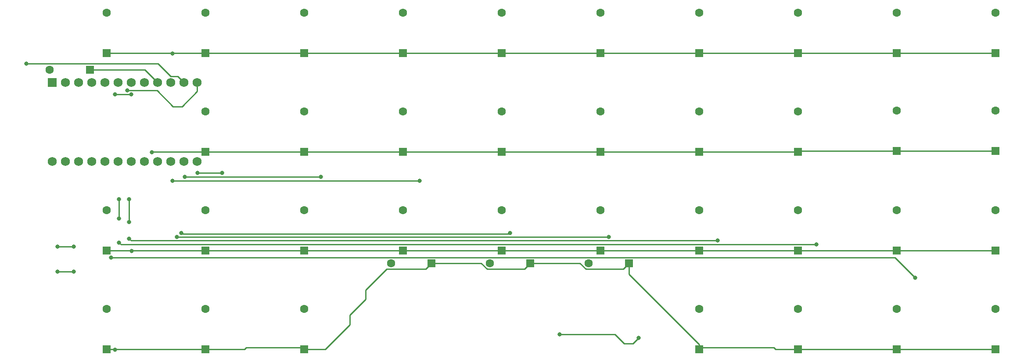
<source format=gtl>
G04 #@! TF.GenerationSoftware,KiCad,Pcbnew,(5.1.12-1-10_14)*
G04 #@! TF.CreationDate,2022-04-14T21:34:18-06:00*
G04 #@! TF.ProjectId,banime40,62616e69-6d65-4343-902e-6b696361645f,rev?*
G04 #@! TF.SameCoordinates,Original*
G04 #@! TF.FileFunction,Copper,L1,Top*
G04 #@! TF.FilePolarity,Positive*
%FSLAX46Y46*%
G04 Gerber Fmt 4.6, Leading zero omitted, Abs format (unit mm)*
G04 Created by KiCad (PCBNEW (5.1.12-1-10_14)) date 2022-04-14 21:34:18*
%MOMM*%
%LPD*%
G01*
G04 APERTURE LIST*
G04 #@! TA.AperFunction,ComponentPad*
%ADD10C,1.752600*%
G04 #@! TD*
G04 #@! TA.AperFunction,ComponentPad*
%ADD11R,1.752600X1.752600*%
G04 #@! TD*
G04 #@! TA.AperFunction,ComponentPad*
%ADD12R,1.600000X1.600000*%
G04 #@! TD*
G04 #@! TA.AperFunction,ComponentPad*
%ADD13C,1.600000*%
G04 #@! TD*
G04 #@! TA.AperFunction,ViaPad*
%ADD14C,0.800000*%
G04 #@! TD*
G04 #@! TA.AperFunction,Conductor*
%ADD15C,0.250000*%
G04 #@! TD*
G04 APERTURE END LIST*
D10*
G04 #@! TO.P,U1,24*
G04 #@! TO.N,Net-(U1-Pad24)*
X49830000Y-84370000D03*
G04 #@! TO.P,U1,12*
G04 #@! TO.N,/col_8*
X77770000Y-69130000D03*
G04 #@! TO.P,U1,23*
G04 #@! TO.N,Net-(SW44-Pad1)*
X52370000Y-84370000D03*
G04 #@! TO.P,U1,22*
G04 #@! TO.N,Net-(SW44-Pad2)*
X54910000Y-84370000D03*
G04 #@! TO.P,U1,21*
G04 #@! TO.N,Net-(U1-Pad21)*
X57450000Y-84370000D03*
G04 #@! TO.P,U1,20*
G04 #@! TO.N,/col_0*
X59990000Y-84370000D03*
G04 #@! TO.P,U1,19*
G04 #@! TO.N,/col_1*
X62530000Y-84370000D03*
G04 #@! TO.P,U1,18*
G04 #@! TO.N,/col_2*
X65070000Y-84370000D03*
G04 #@! TO.P,U1,17*
G04 #@! TO.N,/col_3*
X67610000Y-84370000D03*
G04 #@! TO.P,U1,16*
G04 #@! TO.N,/col_4*
X70150000Y-84370000D03*
G04 #@! TO.P,U1,15*
G04 #@! TO.N,/col_5*
X72690000Y-84370000D03*
G04 #@! TO.P,U1,14*
G04 #@! TO.N,/col_6*
X75230000Y-84370000D03*
G04 #@! TO.P,U1,13*
G04 #@! TO.N,/col_7*
X77770000Y-84370000D03*
G04 #@! TO.P,U1,11*
G04 #@! TO.N,/col_9*
X75230000Y-69130000D03*
G04 #@! TO.P,U1,10*
G04 #@! TO.N,/row_0*
X72690000Y-69130000D03*
G04 #@! TO.P,U1,9*
G04 #@! TO.N,/row_1*
X70150000Y-69130000D03*
G04 #@! TO.P,U1,8*
G04 #@! TO.N,/row_2*
X67610000Y-69130000D03*
G04 #@! TO.P,U1,7*
G04 #@! TO.N,/row_3*
X65070000Y-69130000D03*
G04 #@! TO.P,U1,6*
G04 #@! TO.N,Net-(U1-Pad6)*
X62530000Y-69130000D03*
G04 #@! TO.P,U1,5*
G04 #@! TO.N,Net-(U1-Pad5)*
X59990000Y-69130000D03*
G04 #@! TO.P,U1,4*
G04 #@! TO.N,Net-(U1-Pad4)*
X57450000Y-69130000D03*
G04 #@! TO.P,U1,3*
G04 #@! TO.N,Net-(U1-Pad3)*
X54910000Y-69130000D03*
G04 #@! TO.P,U1,2*
G04 #@! TO.N,Net-(U1-Pad2)*
X52370000Y-69130000D03*
D11*
G04 #@! TO.P,U1,1*
G04 #@! TO.N,Net-(U1-Pad1)*
X49830000Y-69130000D03*
G04 #@! TD*
D12*
G04 #@! TO.P,D40,1*
G04 #@! TO.N,/row_3*
X60325000Y-120581250D03*
D13*
G04 #@! TO.P,D40,2*
G04 #@! TO.N,Net-(D40-Pad2)*
X60325000Y-112781250D03*
G04 #@! TD*
D12*
G04 #@! TO.P,D39,1*
G04 #@! TO.N,/row_3*
X79375000Y-120581250D03*
D13*
G04 #@! TO.P,D39,2*
G04 #@! TO.N,Net-(D39-Pad2)*
X79375000Y-112781250D03*
G04 #@! TD*
D12*
G04 #@! TO.P,D38,1*
G04 #@! TO.N,/row_3*
X98425000Y-120581250D03*
D13*
G04 #@! TO.P,D38,2*
G04 #@! TO.N,Net-(D38-Pad2)*
X98425000Y-112781250D03*
G04 #@! TD*
D12*
G04 #@! TO.P,D37,1*
G04 #@! TO.N,/row_3*
X122962500Y-103981250D03*
D13*
G04 #@! TO.P,D37,2*
G04 #@! TO.N,Net-(D37-Pad2)*
X115162500Y-103981250D03*
G04 #@! TD*
D12*
G04 #@! TO.P,D36,1*
G04 #@! TO.N,/row_3*
X142012500Y-103981250D03*
D13*
G04 #@! TO.P,D36,2*
G04 #@! TO.N,Net-(D36-Pad2)*
X134212500Y-103981250D03*
G04 #@! TD*
D12*
G04 #@! TO.P,D35,1*
G04 #@! TO.N,/row_3*
X161062500Y-103981250D03*
D13*
G04 #@! TO.P,D35,2*
G04 #@! TO.N,Net-(D35-Pad2)*
X153262500Y-103981250D03*
G04 #@! TD*
D12*
G04 #@! TO.P,D34,1*
G04 #@! TO.N,/row_3*
X174625000Y-120581250D03*
D13*
G04 #@! TO.P,D34,2*
G04 #@! TO.N,Net-(D34-Pad2)*
X174625000Y-112781250D03*
G04 #@! TD*
D12*
G04 #@! TO.P,D33,1*
G04 #@! TO.N,/row_3*
X193675000Y-120581250D03*
D13*
G04 #@! TO.P,D33,2*
G04 #@! TO.N,Net-(D33-Pad2)*
X193675000Y-112781250D03*
G04 #@! TD*
D12*
G04 #@! TO.P,D32,1*
G04 #@! TO.N,/row_3*
X212725000Y-120581250D03*
D13*
G04 #@! TO.P,D32,2*
G04 #@! TO.N,Net-(D32-Pad2)*
X212725000Y-112781250D03*
G04 #@! TD*
D12*
G04 #@! TO.P,D31,1*
G04 #@! TO.N,/row_3*
X231775000Y-120581250D03*
D13*
G04 #@! TO.P,D31,2*
G04 #@! TO.N,Net-(D31-Pad2)*
X231775000Y-112781250D03*
G04 #@! TD*
D12*
G04 #@! TO.P,D30,1*
G04 #@! TO.N,/row_2*
X60325000Y-101531250D03*
D13*
G04 #@! TO.P,D30,2*
G04 #@! TO.N,Net-(D30-Pad2)*
X60325000Y-93731250D03*
G04 #@! TD*
D12*
G04 #@! TO.P,D29,1*
G04 #@! TO.N,/row_2*
X79375000Y-101531250D03*
D13*
G04 #@! TO.P,D29,2*
G04 #@! TO.N,Net-(D29-Pad2)*
X79375000Y-93731250D03*
G04 #@! TD*
D12*
G04 #@! TO.P,D28,1*
G04 #@! TO.N,/row_2*
X98425000Y-101531250D03*
D13*
G04 #@! TO.P,D28,2*
G04 #@! TO.N,Net-(D28-Pad2)*
X98425000Y-93731250D03*
G04 #@! TD*
D12*
G04 #@! TO.P,D27,1*
G04 #@! TO.N,/row_2*
X117475000Y-101531250D03*
D13*
G04 #@! TO.P,D27,2*
G04 #@! TO.N,Net-(D27-Pad2)*
X117475000Y-93731250D03*
G04 #@! TD*
D12*
G04 #@! TO.P,D26,1*
G04 #@! TO.N,/row_2*
X136525000Y-101531250D03*
D13*
G04 #@! TO.P,D26,2*
G04 #@! TO.N,Net-(D26-Pad2)*
X136525000Y-93731250D03*
G04 #@! TD*
D12*
G04 #@! TO.P,D25,1*
G04 #@! TO.N,/row_2*
X155575000Y-101531250D03*
D13*
G04 #@! TO.P,D25,2*
G04 #@! TO.N,Net-(D25-Pad2)*
X155575000Y-93731250D03*
G04 #@! TD*
D12*
G04 #@! TO.P,D24,1*
G04 #@! TO.N,/row_2*
X174625000Y-101531250D03*
D13*
G04 #@! TO.P,D24,2*
G04 #@! TO.N,Net-(D24-Pad2)*
X174625000Y-93731250D03*
G04 #@! TD*
D12*
G04 #@! TO.P,D23,1*
G04 #@! TO.N,/row_2*
X193675000Y-101531250D03*
D13*
G04 #@! TO.P,D23,2*
G04 #@! TO.N,Net-(D23-Pad2)*
X193675000Y-93731250D03*
G04 #@! TD*
D12*
G04 #@! TO.P,D22,1*
G04 #@! TO.N,/row_2*
X212725000Y-101531250D03*
D13*
G04 #@! TO.P,D22,2*
G04 #@! TO.N,Net-(D22-Pad2)*
X212725000Y-93731250D03*
G04 #@! TD*
D12*
G04 #@! TO.P,D21,1*
G04 #@! TO.N,/row_2*
X231775000Y-101531250D03*
D13*
G04 #@! TO.P,D21,2*
G04 #@! TO.N,Net-(D21-Pad2)*
X231775000Y-93731250D03*
G04 #@! TD*
D12*
G04 #@! TO.P,D20,1*
G04 #@! TO.N,/row_1*
X57081250Y-66675000D03*
D13*
G04 #@! TO.P,D20,2*
G04 #@! TO.N,Net-(D20-Pad2)*
X49281250Y-66675000D03*
G04 #@! TD*
D12*
G04 #@! TO.P,D19,1*
G04 #@! TO.N,/row_1*
X79375000Y-82481250D03*
D13*
G04 #@! TO.P,D19,2*
G04 #@! TO.N,Net-(D19-Pad2)*
X79375000Y-74681250D03*
G04 #@! TD*
D12*
G04 #@! TO.P,D18,1*
G04 #@! TO.N,/row_1*
X98425000Y-82481250D03*
D13*
G04 #@! TO.P,D18,2*
G04 #@! TO.N,Net-(D18-Pad2)*
X98425000Y-74681250D03*
G04 #@! TD*
D12*
G04 #@! TO.P,D17,1*
G04 #@! TO.N,/row_1*
X117475000Y-82481250D03*
D13*
G04 #@! TO.P,D17,2*
G04 #@! TO.N,Net-(D17-Pad2)*
X117475000Y-74681250D03*
G04 #@! TD*
D12*
G04 #@! TO.P,D16,1*
G04 #@! TO.N,/row_1*
X136525000Y-82481250D03*
D13*
G04 #@! TO.P,D16,2*
G04 #@! TO.N,Net-(D16-Pad2)*
X136525000Y-74681250D03*
G04 #@! TD*
D12*
G04 #@! TO.P,D15,1*
G04 #@! TO.N,/row_1*
X155575000Y-82481250D03*
D13*
G04 #@! TO.P,D15,2*
G04 #@! TO.N,Net-(D15-Pad2)*
X155575000Y-74681250D03*
G04 #@! TD*
D12*
G04 #@! TO.P,D14,1*
G04 #@! TO.N,/row_1*
X174625000Y-82481250D03*
D13*
G04 #@! TO.P,D14,2*
G04 #@! TO.N,Net-(D14-Pad2)*
X174625000Y-74681250D03*
G04 #@! TD*
D12*
G04 #@! TO.P,D13,1*
G04 #@! TO.N,/row_1*
X193675000Y-82481250D03*
D13*
G04 #@! TO.P,D13,2*
G04 #@! TO.N,Net-(D13-Pad2)*
X193675000Y-74681250D03*
G04 #@! TD*
D12*
G04 #@! TO.P,D12,1*
G04 #@! TO.N,/row_1*
X212725000Y-82362500D03*
D13*
G04 #@! TO.P,D12,2*
G04 #@! TO.N,Net-(D12-Pad2)*
X212725000Y-74562500D03*
G04 #@! TD*
D12*
G04 #@! TO.P,D11,1*
G04 #@! TO.N,/row_1*
X231775000Y-82362500D03*
D13*
G04 #@! TO.P,D11,2*
G04 #@! TO.N,Net-(D11-Pad2)*
X231775000Y-74562500D03*
G04 #@! TD*
D12*
G04 #@! TO.P,D10,1*
G04 #@! TO.N,/row_0*
X60325000Y-63431250D03*
D13*
G04 #@! TO.P,D10,2*
G04 #@! TO.N,Net-(D10-Pad2)*
X60325000Y-55631250D03*
G04 #@! TD*
D12*
G04 #@! TO.P,D9,1*
G04 #@! TO.N,/row_0*
X79375000Y-63431250D03*
D13*
G04 #@! TO.P,D9,2*
G04 #@! TO.N,Net-(D9-Pad2)*
X79375000Y-55631250D03*
G04 #@! TD*
D12*
G04 #@! TO.P,D8,1*
G04 #@! TO.N,/row_0*
X98425000Y-63431250D03*
D13*
G04 #@! TO.P,D8,2*
G04 #@! TO.N,Net-(D8-Pad2)*
X98425000Y-55631250D03*
G04 #@! TD*
D12*
G04 #@! TO.P,D7,1*
G04 #@! TO.N,/row_0*
X117475000Y-63431250D03*
D13*
G04 #@! TO.P,D7,2*
G04 #@! TO.N,Net-(D7-Pad2)*
X117475000Y-55631250D03*
G04 #@! TD*
D12*
G04 #@! TO.P,D6,1*
G04 #@! TO.N,/row_0*
X136525000Y-63431250D03*
D13*
G04 #@! TO.P,D6,2*
G04 #@! TO.N,Net-(D6-Pad2)*
X136525000Y-55631250D03*
G04 #@! TD*
D12*
G04 #@! TO.P,D5,1*
G04 #@! TO.N,/row_0*
X155575000Y-63431250D03*
D13*
G04 #@! TO.P,D5,2*
G04 #@! TO.N,Net-(D5-Pad2)*
X155575000Y-55631250D03*
G04 #@! TD*
D12*
G04 #@! TO.P,D4,1*
G04 #@! TO.N,/row_0*
X174625000Y-63431250D03*
D13*
G04 #@! TO.P,D4,2*
G04 #@! TO.N,Net-(D4-Pad2)*
X174625000Y-55631250D03*
G04 #@! TD*
D12*
G04 #@! TO.P,D3,1*
G04 #@! TO.N,/row_0*
X193675000Y-63431250D03*
D13*
G04 #@! TO.P,D3,2*
G04 #@! TO.N,Net-(D3-Pad2)*
X193675000Y-55631250D03*
G04 #@! TD*
D12*
G04 #@! TO.P,D2,1*
G04 #@! TO.N,/row_0*
X212725000Y-63431250D03*
D13*
G04 #@! TO.P,D2,2*
G04 #@! TO.N,Net-(D2-Pad2)*
X212725000Y-55631250D03*
G04 #@! TD*
D12*
G04 #@! TO.P,D1,1*
G04 #@! TO.N,/row_0*
X231775000Y-63431250D03*
D13*
G04 #@! TO.P,D1,2*
G04 #@! TO.N,Net-(D1-Pad2)*
X231775000Y-55631250D03*
G04 #@! TD*
D14*
G04 #@! TO.N,/row_0*
X73025000Y-63500000D03*
G04 #@! TO.N,/row_2*
X65087500Y-101600000D03*
G04 #@! TO.N,/row_3*
X61912500Y-120650000D03*
X65077499Y-71437500D03*
X61912500Y-71437500D03*
G04 #@! TO.N,/col_0*
X216277500Y-106778750D03*
X61118750Y-102931252D03*
G04 #@! TO.N,/col_1*
X197227500Y-100390000D03*
X62706250Y-100012500D03*
X62706250Y-95353752D03*
X62706250Y-91653748D03*
G04 #@! TO.N,/col_2*
X178177500Y-99635000D03*
X64593699Y-99218750D03*
X64593699Y-96043750D03*
X64593699Y-91653748D03*
G04 #@! TO.N,/col_3*
X157162500Y-98910000D03*
X73818750Y-98910000D03*
G04 #@! TO.N,/col_4*
X147637500Y-117687653D03*
X162946068Y-118351411D03*
X138112500Y-98185000D03*
X74672067Y-98185000D03*
G04 #@! TO.N,/col_5*
X120650000Y-88106250D03*
X73025000Y-88106250D03*
G04 #@! TO.N,/col_6*
X101600000Y-87312500D03*
X75406250Y-87312500D03*
G04 #@! TO.N,/col_7*
X82550000Y-86518750D03*
X77787500Y-86518750D03*
G04 #@! TO.N,/col_8*
X64293750Y-70643750D03*
G04 #@! TO.N,/col_9*
X44827500Y-65465000D03*
G04 #@! TO.N,/row_1*
X69056250Y-82550000D03*
G04 #@! TO.N,Net-(SW44-Pad2)*
X50800000Y-100806250D03*
X53975000Y-100806250D03*
G04 #@! TO.N,Net-(SW44-Pad1)*
X50800000Y-105568750D03*
X53975000Y-105568750D03*
G04 #@! TD*
D15*
G04 #@! TO.N,/row_0*
X72956250Y-63431250D02*
X73025000Y-63500000D01*
X60325000Y-63431250D02*
X72956250Y-63431250D01*
X72956250Y-63431250D02*
X231775000Y-63431250D01*
G04 #@! TO.N,/row_2*
X114377502Y-101531250D02*
X231775000Y-101531250D01*
X65018750Y-101531250D02*
X65087500Y-101600000D01*
X60325000Y-101531250D02*
X65018750Y-101531250D01*
X65018750Y-101531250D02*
X114377502Y-101531250D01*
G04 #@! TO.N,/row_3*
X174976501Y-120229749D02*
X174625000Y-120581250D01*
X189000021Y-120229749D02*
X174976501Y-120229749D01*
X189351522Y-120581250D02*
X189000021Y-120229749D01*
X231775000Y-120581250D02*
X189351522Y-120581250D01*
X87224979Y-120229749D02*
X98073499Y-120229749D01*
X86873478Y-120581250D02*
X87224979Y-120229749D01*
X98073499Y-120229749D02*
X98425000Y-120581250D01*
X121837499Y-105106251D02*
X122962500Y-103981250D01*
X114283997Y-105106251D02*
X121837499Y-105106251D01*
X110252499Y-109137749D02*
X114283997Y-105106251D01*
X110252499Y-110946777D02*
X110252499Y-109137749D01*
X107218599Y-113980677D02*
X110252499Y-110946777D01*
X107218599Y-115825151D02*
X107218599Y-113980677D01*
X102462500Y-120581250D02*
X107218599Y-115825151D01*
X98425000Y-120581250D02*
X102462500Y-120581250D01*
X133672499Y-105106251D02*
X140887499Y-105106251D01*
X132547498Y-103981250D02*
X133672499Y-105106251D01*
X140887499Y-105106251D02*
X142012500Y-103981250D01*
X122962500Y-103981250D02*
X132547498Y-103981250D01*
X159937499Y-105106251D02*
X161062500Y-103981250D01*
X152722499Y-105106251D02*
X159937499Y-105106251D01*
X151597498Y-103981250D02*
X152722499Y-105106251D01*
X142012500Y-103981250D02*
X151597498Y-103981250D01*
X174625000Y-119691584D02*
X174625000Y-120581250D01*
X161062500Y-106129084D02*
X174625000Y-119691584D01*
X161062500Y-103981250D02*
X161062500Y-106129084D01*
X61981250Y-120581250D02*
X61912500Y-120650000D01*
X60325000Y-120581250D02*
X61981250Y-120581250D01*
X61981250Y-120581250D02*
X86873478Y-120581250D01*
X65077499Y-71437500D02*
X61912500Y-71437500D01*
G04 #@! TO.N,/col_0*
X212354999Y-102856249D02*
X61193753Y-102856249D01*
X61193753Y-102856249D02*
X61118750Y-102931252D01*
X216277500Y-106778750D02*
X212354999Y-102856249D01*
G04 #@! TO.N,/col_1*
X63083750Y-100390000D02*
X62706250Y-100012500D01*
X197227500Y-100390000D02*
X63083750Y-100390000D01*
X62706250Y-95353752D02*
X62706250Y-91653748D01*
G04 #@! TO.N,/col_2*
X65009949Y-99635000D02*
X64593699Y-99218750D01*
X178177500Y-99635000D02*
X65009949Y-99635000D01*
X64593699Y-96043750D02*
X64593699Y-91653748D01*
G04 #@! TO.N,/col_3*
X157162500Y-98910000D02*
X73818750Y-98910000D01*
G04 #@! TO.N,/col_4*
X161838728Y-119458751D02*
X162946068Y-118351411D01*
X160096499Y-119458751D02*
X161838728Y-119458751D01*
X158325401Y-117687653D02*
X160096499Y-119458751D01*
X147637500Y-117687653D02*
X158325401Y-117687653D01*
X137934849Y-98362651D02*
X74849718Y-98362651D01*
X74849718Y-98362651D02*
X74672067Y-98185000D01*
X138112500Y-98185000D02*
X137934849Y-98362651D01*
G04 #@! TO.N,/col_5*
X120650000Y-88106250D02*
X73025000Y-88106250D01*
G04 #@! TO.N,/col_6*
X101600000Y-87312500D02*
X75406250Y-87312500D01*
G04 #@! TO.N,/col_7*
X82550000Y-86518750D02*
X77787500Y-86518750D01*
G04 #@! TO.N,/col_8*
X77770000Y-70822252D02*
X77770000Y-69130000D01*
X73101499Y-73738751D02*
X74853501Y-73738751D01*
X74853501Y-73738751D02*
X77770000Y-70822252D01*
X70006498Y-70643750D02*
X73101499Y-73738751D01*
X64293750Y-70643750D02*
X70006498Y-70643750D01*
G04 #@! TO.N,/col_9*
X72691199Y-67928699D02*
X74028699Y-67928699D01*
X70227500Y-65465000D02*
X72691199Y-67928699D01*
X74028699Y-67928699D02*
X75230000Y-69130000D01*
X44827500Y-65465000D02*
X70227500Y-65465000D01*
G04 #@! TO.N,/row_1*
X231775000Y-82362500D02*
X212725000Y-82362500D01*
X193793750Y-82362500D02*
X193675000Y-82481250D01*
X212725000Y-82362500D02*
X193793750Y-82362500D01*
X193675000Y-82481250D02*
X79375000Y-82481250D01*
X69125000Y-82481250D02*
X69056250Y-82550000D01*
X79375000Y-82481250D02*
X69125000Y-82481250D01*
X67695000Y-66675000D02*
X70150000Y-69130000D01*
X57081250Y-66675000D02*
X67695000Y-66675000D01*
G04 #@! TO.N,Net-(SW44-Pad2)*
X50800000Y-100806250D02*
X53975000Y-100806250D01*
G04 #@! TO.N,Net-(SW44-Pad1)*
X50800000Y-105568750D02*
X53975000Y-105568750D01*
G04 #@! TD*
M02*

</source>
